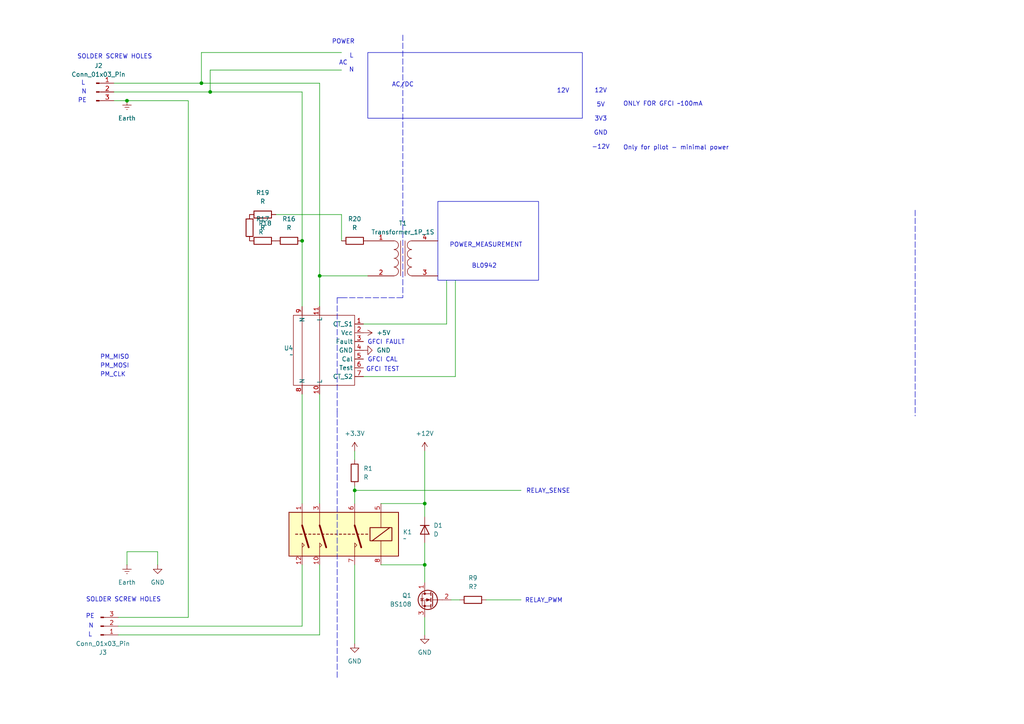
<source format=kicad_sch>
(kicad_sch (version 20231120) (generator "eeschema") (generator_version "8.0")
  (paper "A4")
  (lib_symbols
    (symbol "Connector:Conn_01x03_Pin" (pin_names (offset 1.016) hide)
      (property "Reference" "J" (at 0 5.08 0))
      (property "Value" "Conn_01x03_Pin" (at 0 -5.08 0))
      (symbol "Conn_01x03_Pin_1_1"
        (polyline (pts (xy 1.27 -2.54) (xy 0.8636 -2.54)) (stroke (width 0.1524)))
        (polyline (pts (xy 1.27 0) (xy 0.8636 0)) (stroke (width 0.1524)))
        (polyline (pts (xy 1.27 2.54) (xy 0.8636 2.54)) (stroke (width 0.1524)))
        (rectangle (start 0.8636 -2.413) (end 0 -2.667) (stroke (width 0.1524)) (fill (type outline)))
        (rectangle (start 0.8636 0.127) (end 0 -0.127) (stroke (width 0.1524)) (fill (type outline)))
        (rectangle (start 0.8636 2.667) (end 0 2.413) (stroke (width 0.1524)) (fill (type outline)))
        (pin passive line (at 5.08 2.54 180) (length 3.81) (name "Pin_1") (number "1"))
        (pin passive line (at 5.08 0 180) (length 3.81) (name "Pin_2") (number "2"))
        (pin passive line (at 5.08 -2.54 180) (length 3.81) (name "Pin_3") (number "3"))
      )
    )
    (symbol "Device:D" (pin_numbers hide) (pin_names (offset 1.016) hide)
      (property "Reference" "D" (at 0 2.54 0))
      (property "Value" "D" (at 0 -2.54 0))
      (symbol "D_0_1"
        (polyline (pts (xy -1.27 1.27) (xy -1.27 -1.27)) (stroke (width 0.254)))
        (polyline (pts (xy 1.27 0) (xy -1.27 0)))
        (polyline (pts (xy 1.27 1.27) (xy 1.27 -1.27) (xy -1.27 0) (xy 1.27 1.27)) (stroke (width 0.254)))
      )
      (symbol "D_1_1"
        (pin passive line (at -3.81 0 0) (length 2.54) (name "K") (number "1"))
        (pin passive line (at 3.81 0 180) (length 2.54) (name "A") (number "2"))
      )
    )
    (symbol "Device:R" (pin_numbers hide) (pin_names (offset 0))
      (property "Reference" "R" (at 2.032 0 90))
      (property "Value" "R" (at 0 0 90))
      (symbol "R_0_1"
        (rectangle (start -1.016 -2.54) (end 1.016 2.54) (stroke (width 0.254)))
      )
      (symbol "R_1_1"
        (pin passive line (at 0 3.81 270) (length 1.27) (name "~") (number "1"))
        (pin passive line (at 0 -3.81 90) (length 1.27) (name "~") (number "2"))
      )
    )
    (symbol "Device:Transformer_1P_1S" (pin_names (offset 1.016) hide)
      (property "Reference" "T" (at 0 6.35 0))
      (property "Value" "Transformer_1P_1S" (at 0 -7.62 0))
      (symbol "Transformer_1P_1S_0_1"
        (arc (start -2.54 -5.0546) (mid -1.6599 -4.6901) (end -1.27 -3.81))
        (arc (start -2.54 -2.5146) (mid -1.6599 -2.1501) (end -1.27 -1.27))
        (arc (start -2.54 0.0254) (mid -1.6599 0.3899) (end -1.27 1.27))
        (arc (start -2.54 2.5654) (mid -1.6599 2.9299) (end -1.27 3.81))
        (arc (start -1.27 -3.81) (mid -1.642 -2.912) (end -2.54 -2.54))
        (arc (start -1.27 -1.27) (mid -1.642 -0.372) (end -2.54 0))
        (arc (start -1.27 1.27) (mid -1.642 2.168) (end -2.54 2.54))
        (arc (start -1.27 3.81) (mid -1.642 4.708) (end -2.54 5.08))
        (polyline (pts (xy -0.635 5.08) (xy -0.635 -5.08)))
        (polyline (pts (xy 0.635 -5.08) (xy 0.635 5.08)))
        (arc (start 1.2954 -1.27) (mid 1.6599 -2.1501) (end 2.54 -2.5146))
        (arc (start 1.2954 1.27) (mid 1.6599 0.3899) (end 2.54 0.0254))
        (arc (start 1.2954 3.81) (mid 1.6599 2.9299) (end 2.54 2.5654))
        (arc (start 1.3208 -3.81) (mid 1.6853 -4.6901) (end 2.5654 -5.0546))
        (arc (start 2.54 0) (mid 1.642 -0.372) (end 1.2954 -1.27))
        (arc (start 2.54 2.54) (mid 1.642 2.168) (end 1.2954 1.27))
        (arc (start 2.54 5.08) (mid 1.642 4.708) (end 1.2954 3.81))
        (arc (start 2.5654 -2.54) (mid 1.6674 -2.912) (end 1.3208 -3.81))
      )
      (symbol "Transformer_1P_1S_1_1"
        (pin passive line (at -10.16 5.08 0) (length 7.62) (name "AA") (number "1"))
        (pin passive line (at -10.16 -5.08 0) (length 7.62) (name "AB") (number "2"))
        (pin passive line (at 10.16 -5.08 180) (length 7.62) (name "SA") (number "3"))
        (pin passive line (at 10.16 5.08 180) (length 7.62) (name "SB") (number "4"))
      )
    )
    (symbol "Transistor_FET:BS108" (pin_names hide)
      (property "Reference" "Q" (at 5.08 1.905 0))
      (property "Value" "BS108" (at 5.08 0 0))
      (symbol "BS108_0_1"
        (polyline (pts (xy 0.254 0) (xy -2.54 0)))
        (polyline (pts (xy 0.254 1.905) (xy 0.254 -1.905)) (stroke (width 0.254)))
        (polyline (pts (xy 0.762 -1.27) (xy 0.762 -2.286)) (stroke (width 0.254)))
        (polyline (pts (xy 0.762 0.508) (xy 0.762 -0.508)) (stroke (width 0.254)))
        (polyline (pts (xy 0.762 2.286) (xy 0.762 1.27)) (stroke (width 0.254)))
        (polyline (pts (xy 2.54 2.54) (xy 2.54 1.778)))
        (polyline (pts (xy 2.54 -2.54) (xy 2.54 0) (xy 0.762 0)))
        (polyline (pts (xy 0.762 -1.778) (xy 3.302 -1.778) (xy 3.302 1.778) (xy 0.762 1.778)))
        (polyline (pts (xy 1.016 0) (xy 2.032 0.381) (xy 2.032 -0.381) (xy 1.016 0)) (fill (type outline)))
        (polyline (pts (xy 2.794 0.508) (xy 2.921 0.381) (xy 3.683 0.381) (xy 3.81 0.254)))
        (polyline (pts (xy 3.302 0.381) (xy 2.921 -0.254) (xy 3.683 -0.254) (xy 3.302 0.381)))
        (circle (center 1.651 0) (radius 2.794) (stroke (width 0.254)))
        (circle (center 2.54 -1.778) (radius 0.254) (fill (type outline)))
        (circle (center 2.54 1.778) (radius 0.254) (fill (type outline)))
      )
      (symbol "BS108_1_1"
        (pin passive line (at 2.54 5.08 270) (length 2.54) (name "D") (number "1"))
        (pin input line (at -5.08 0 0) (length 2.54) (name "G") (number "2"))
        (pin passive line (at 2.54 -5.08 90) (length 2.54) (name "S") (number "3"))
      )
    )
    (symbol "hw_lower_v1:BRCS02C"
      (property "Reference" "U" (at 0 0 0))
      (symbol "BRCS02C_0_0"
        (pin unspecified line (at 17.78 1.27 90) (length 2.54) (name "CT_S1") (number "1"))
        (pin unspecified line (at -2.54 13.97 0) (length 2.54) (name "L") (number "10"))
        (pin unspecified line (at 22.86 13.97 180) (length 2.54) (name "L") (number "11"))
        (pin unspecified line (at 15.24 1.27 90) (length 2.54) (name "Vcc") (number "2"))
        (pin unspecified line (at 12.7 1.27 90) (length 2.54) (name "Fault") (number "3"))
        (pin unspecified line (at 10.16 1.27 90) (length 2.54) (name "GND") (number "4"))
        (pin unspecified line (at 7.62 1.27 90) (length 2.54) (name "Cal") (number "5"))
        (pin unspecified line (at 5.08 1.27 90) (length 2.54) (name "Test") (number "6"))
        (pin unspecified line (at 2.54 1.27 90) (length 2.54) (name "CT_S2") (number "7"))
        (pin unspecified line (at 22.86 19.05 180) (length 2.54) (name "N") (number "9"))
      )
      (symbol "BRCS02C_0_1"
        (polyline (pts (xy 0 13.97) (xy 20.32 13.97)))
        (polyline (pts (xy 0 19.05) (xy 20.32 19.05)))
        (rectangle (start 0 21.59) (end 20.32 3.81))
      )
      (symbol "BRCS02C_1_0"
        (pin unspecified line (at -2.54 19.05 0) (length 2.54) (name "N") (number "8"))
      )
    )
    (symbol "hw_lower_v1:Panasonic_HE-R_2"
      (property "Reference" "K" (at 31.75 -2.54 0))
      (symbol "Panasonic_HE-R_2_0_0"
        (polyline (pts (xy 12.7 12.7) (xy 12.7 8.89) (xy 12.065 9.525) (xy 12.7 10.16)))
        (polyline (pts (xy 22.86 12.7) (xy 22.86 8.89) (xy 22.225 9.525) (xy 22.86 10.16)))
        (polyline (pts (xy 27.94 12.7) (xy 27.94 8.89) (xy 27.305 9.525) (xy 27.94 10.16)))
      )
      (symbol "Panasonic_HE-R_2_0_1"
        (polyline (pts (xy 2.54 4.445) (xy 7.62 8.255)) (stroke (width 0.254)))
        (polyline (pts (xy 5.08 0) (xy 5.08 4.445)))
        (polyline (pts (xy 5.08 12.7) (xy 5.08 8.255)))
        (polyline (pts (xy 8.89 6.35) (xy 9.525 6.35)) (stroke (width 0.254)))
        (polyline (pts (xy 10.16 6.35) (xy 10.795 6.35)) (stroke (width 0.254)))
        (polyline (pts (xy 11.43 6.35) (xy 12.065 6.35)) (stroke (width 0.254)))
        (polyline (pts (xy 12.7 3.81) (xy 10.795 10.16)) (stroke (width 0.508)))
        (polyline (pts (xy 12.7 3.81) (xy 12.7 0)))
        (polyline (pts (xy 12.7 6.35) (xy 13.335 6.35)) (stroke (width 0.254)))
        (polyline (pts (xy 13.97 6.35) (xy 14.605 6.35)) (stroke (width 0.254)))
        (polyline (pts (xy 15.24 6.35) (xy 15.875 6.35)) (stroke (width 0.254)))
        (polyline (pts (xy 16.51 6.35) (xy 17.145 6.35)) (stroke (width 0.254)))
        (polyline (pts (xy 17.78 6.35) (xy 18.415 6.35)) (stroke (width 0.254)))
        (polyline (pts (xy 19.05 6.35) (xy 19.685 6.35)) (stroke (width 0.254)))
        (polyline (pts (xy 20.32 6.35) (xy 20.955 6.35)) (stroke (width 0.254)))
        (polyline (pts (xy 21.59 6.35) (xy 22.225 6.35)) (stroke (width 0.254)))
        (polyline (pts (xy 22.86 3.81) (xy 20.955 10.16)) (stroke (width 0.508)))
        (polyline (pts (xy 22.86 3.81) (xy 22.86 0)))
        (polyline (pts (xy 22.86 6.35) (xy 23.495 6.35)) (stroke (width 0.254)))
        (polyline (pts (xy 24.13 6.35) (xy 24.765 6.35)) (stroke (width 0.254)))
        (polyline (pts (xy 25.4 6.35) (xy 26.035 6.35)) (stroke (width 0.254)))
        (polyline (pts (xy 26.67 6.35) (xy 27.305 6.35)) (stroke (width 0.254)))
        (polyline (pts (xy 27.94 3.81) (xy 26.035 10.16)) (stroke (width 0.508)))
        (polyline (pts (xy 27.94 3.81) (xy 27.94 0)))
        (polyline (pts (xy 27.94 6.35) (xy 28.575 6.35)) (stroke (width 0.254)))
        (polyline (pts (xy 29.21 6.35) (xy 29.845 6.35)) (stroke (width 0.254)))
        (rectangle (start 0 12.7) (end 31.75 0) (stroke (width 0.254)) (fill (type background)))
        (rectangle (start 1.905 8.255) (end 8.255 4.445) (stroke (width 0.254)))
      )
      (symbol "Panasonic_HE-R_2_1_1"
        (pin passive line (at 27.94 -2.54 90) (length 2.54) (name "~") (number "1"))
        (pin passive line (at 22.86 15.24 270) (length 2.54) (name "~") (number "10"))
        (pin passive line (at 27.94 15.24 270) (length 2.54) (name "~") (number "12"))
        (pin passive line (at 22.86 -2.54 90) (length 2.54) (name "~") (number "3"))
        (pin passive line (at 5.08 -2.54 90) (length 2.54) (name "~") (number "5"))
        (pin passive line (at 12.7 -2.54 90) (length 2.54) (name "~") (number "6"))
        (pin passive line (at 12.7 15.24 270) (length 2.54) (name "~") (number "7"))
        (pin passive line (at 5.08 15.24 270) (length 2.54) (name "~") (number "8"))
      )
    )
    (symbol "power:+12V" (power) (pin_numbers hide) (pin_names (offset 0) hide)
      (property "Value" "+12V" (at 0 3.556 0))
      (symbol "+12V_0_1"
        (polyline (pts (xy -0.762 1.27) (xy 0 2.54)))
        (polyline (pts (xy 0 0) (xy 0 2.54)))
        (polyline (pts (xy 0 2.54) (xy 0.762 1.27)))
      )
      (symbol "+12V_1_1"
        (pin power_in line (at 0 0 90) (length 0) (name "~") (number "1"))
      )
    )
    (symbol "power:+3.3V" (power) (pin_numbers hide) (pin_names (offset 0) hide)
      (property "Value" "+3.3V" (at 0 3.556 0))
      (symbol "+3.3V_0_1"
        (polyline (pts (xy -0.762 1.27) (xy 0 2.54)))
        (polyline (pts (xy 0 0) (xy 0 2.54)))
        (polyline (pts (xy 0 2.54) (xy 0.762 1.27)))
      )
      (symbol "+3.3V_1_1"
        (pin power_in line (at 0 0 90) (length 0) (name "~") (number "1"))
      )
    )
    (symbol "power:Earth" (power) (pin_numbers hide) (pin_names (offset 0) hide)
      (property "Value" "Earth" (at 0 -3.81 0))
      (symbol "Earth_0_1"
        (polyline (pts (xy -0.635 -1.905) (xy 0.635 -1.905)))
        (polyline (pts (xy -0.127 -2.54) (xy 0.127 -2.54)))
        (polyline (pts (xy 0 -1.27) (xy 0 0)))
        (polyline (pts (xy 1.27 -1.27) (xy -1.27 -1.27)))
      )
      (symbol "Earth_1_1"
        (pin power_in line (at 0 0 270) (length 0) (name "~") (number "1"))
      )
    )
    (symbol "power:GND" (power) (pin_numbers hide) (pin_names (offset 0) hide)
      (property "Value" "GND" (at 0 -3.81 0))
      (symbol "GND_0_1"
        (polyline (pts (xy 0 0) (xy 0 -1.27) (xy 1.27 -1.27) (xy 0 -2.54) (xy -1.27 -1.27) (xy 0 -1.27)))
      )
      (symbol "GND_1_1"
        (pin power_in line (at 0 0 270) (length 0) (name "~") (number "1"))
      )
    )
  )
  (junction (at 87.63 69.85))
  (junction (at 102.87 142.24))
  (junction (at 92.71 80.01))
  (junction (at 123.19 146.05))
  (junction (at 58.42 24.13))
  (junction (at 36.83 29.21))
  (junction (at 123.19 163.83))
  (junction (at 60.96 26.67))
  (wire (pts (xy 123.19 157.48) (xy 123.19 163.83)))
  (polyline (pts (xy 116.84 10.16) (xy 116.84 86.36)) (stroke (width 0) (type dash)))
  (wire (pts (xy 140.97 173.99) (xy 151.13 173.99)))
  (wire (pts (xy 54.61 29.21) (xy 54.61 179.07)))
  (wire (pts (xy 54.61 179.07) (xy 34.29 179.07)))
  (wire (pts (xy 60.96 20.32) (xy 99.06 20.32)))
  (polyline (pts (xy 97.79 86.36) (xy 99.06 86.36)) (stroke (width 0) (type dash)))
  (wire (pts (xy 102.87 142.24) (xy 151.13 142.24)))
  (wire (pts (xy 87.63 163.83) (xy 87.63 181.61)))
  (wire (pts (xy 132.08 81.28) (xy 132.08 109.22)))
  (wire (pts (xy 123.19 163.83) (xy 123.19 168.91)))
  (wire (pts (xy 92.71 80.01) (xy 92.71 88.9)))
  (wire (pts (xy 87.63 69.85) (xy 87.63 88.9)))
  (polyline (pts (xy 97.79 86.36) (xy 97.79 86.36)) (stroke (width 0) (type dash)))
  (wire (pts (xy 102.87 140.97) (xy 102.87 142.24)))
  (polyline (pts (xy 99.06 86.36) (xy 116.84 86.36)) (stroke (width 0) (type dash)))
  (wire (pts (xy 105.41 109.22) (xy 132.08 109.22)))
  (wire (pts (xy 123.19 146.05) (xy 123.19 149.86)))
  (wire (pts (xy 110.49 146.05) (xy 123.19 146.05)))
  (wire (pts (xy 123.19 130.81) (xy 123.19 146.05)))
  (wire (pts (xy 33.02 26.67) (xy 60.96 26.67)))
  (wire (pts (xy 45.72 160.02) (xy 45.72 163.83)))
  (wire (pts (xy 58.42 24.13) (xy 58.42 15.24)))
  (wire (pts (xy 33.02 24.13) (xy 58.42 24.13)))
  (wire (pts (xy 60.96 20.32) (xy 60.96 26.67)))
  (wire (pts (xy 92.71 163.83) (xy 92.71 184.15)))
  (wire (pts (xy 58.42 15.24) (xy 99.06 15.24)))
  (wire (pts (xy 80.01 62.23) (xy 99.06 62.23)))
  (polyline (pts (xy 97.79 86.36) (xy 97.79 119.38)) (stroke (width 0) (type dash)))
  (wire (pts (xy 102.87 163.83) (xy 102.87 186.69)))
  (wire (pts (xy 87.63 114.3) (xy 87.63 146.05)))
  (wire (pts (xy 92.71 114.3) (xy 92.71 146.05)))
  (wire (pts (xy 110.49 163.83) (xy 123.19 163.83)))
  (wire (pts (xy 33.02 29.21) (xy 36.83 29.21)))
  (wire (pts (xy 129.54 81.28) (xy 129.54 93.98)))
  (wire (pts (xy 102.87 142.24) (xy 102.87 146.05)))
  (wire (pts (xy 60.96 26.67) (xy 87.63 26.67)))
  (wire (pts (xy 99.06 62.23) (xy 99.06 69.85)))
  (polyline (pts (xy 97.79 119.38) (xy 97.79 196.85)) (stroke (width 0) (type dash)))
  (wire (pts (xy 130.81 173.99) (xy 133.35 173.99)))
  (wire (pts (xy 36.83 29.21) (xy 54.61 29.21)))
  (polyline (pts (xy 265.43 60.96) (xy 265.43 120.65)) (stroke (width 0) (type dash)))
  (wire (pts (xy 105.41 93.98) (xy 129.54 93.98)))
  (wire (pts (xy 92.71 80.01) (xy 106.68 80.01)))
  (wire (pts (xy 87.63 181.61) (xy 34.29 181.61)))
  (wire (pts (xy 36.83 160.02) (xy 45.72 160.02)))
  (wire (pts (xy 87.63 26.67) (xy 87.63 69.85)))
  (wire (pts (xy 92.71 24.13) (xy 92.71 80.01)))
  (wire (pts (xy 36.83 163.83) (xy 36.83 160.02)))
  (wire (pts (xy 102.87 130.81) (xy 102.87 133.35)))
  (wire (pts (xy 92.71 184.15) (xy 34.29 184.15)))
  (wire (pts (xy 123.19 184.15) (xy 123.19 179.07)))
  (wire (pts (xy 58.42 24.13) (xy 92.71 24.13)))
  (rectangle (start 106.68 15.24) (end 168.91 34.29))
  (rectangle (start 127 58.42) (end 156.21 81.28))
  (text "GFCI FAULT" (at 112.014 99.314 0) (effects (font (size 1.27 1.27))))
  (text "PE" (at 23.876 29.21 0) (effects (font (size 1.27 1.27))))
  (text "PM_MOSI" (at 33.274 106.172 0) (effects (font (size 1.27 1.27))))
  (text "ONLY FOR GFCI ~100mA" (at 192.278 30.226 0) (effects (font (size 1.27 1.27))))
  (text "GFCI TEST" (at 110.998 107.188 0) (effects (font (size 1.27 1.27))))
  (text "PE" (at 26.162 178.816 0) (effects (font (size 1.27 1.27))))
  (text "N" (at 26.416 181.61 0) (effects (font (size 1.27 1.27))))
  (text "RELAY_SENSE" (at 159.004 142.494 0) (effects (font (size 1.27 1.27))))
  (text "PM_MISO" (at 33.274 103.632 0) (effects (font (size 1.27 1.27))))
  (text "BL0942" (at 140.462 77.216 0) (effects (font (size 1.27 1.27))))
  (text "GFCI CAL" (at 110.998 104.394 0) (effects (font (size 1.27 1.27))))
  (text "12V\n\n5V\n\n3V3\n\nGND\n\n-12V" (at 174.244 34.544 0) (effects (font (size 1.27 1.27))))
  (text "SOLDER SCREW HOLES" (at 35.814 173.99 0) (effects (font (size 1.27 1.27))))
  (text "L" (at 24.13 24.13 0) (effects (font (size 1.27 1.27))))
  (text "POWER\n\n	L\nAC\n	N" (at 99.568 16.256 0) (effects (font (size 1.27 1.27))))
  (text "PM_CLK" (at 32.766 108.712 0) (effects (font (size 1.27 1.27))))
  (text "N" (at 24.384 26.67 0) (effects (font (size 1.27 1.27))))
  (text "RELAY_PWM" (at 157.734 174.244 0) (effects (font (size 1.27 1.27))))
  (text "AC/DC\n" (at 116.84 24.638 0) (effects (font (size 1.27 1.27))))
  (text "SOLDER SCREW HOLES" (at 33.274 16.51 0) (effects (font (size 1.27 1.27))))
  (text "L" (at 26.162 184.15 0) (effects (font (size 1.27 1.27))))
  (text "POWER_MEASUREMENT" (at 140.97 71.12 0) (effects (font (size 1.27 1.27))))
  (text "Only for pilot - minimal power" (at 196.088 42.926 0) (effects (font (size 1.27 1.27))))
  (text "12V" (at 163.322 26.416 0) (effects (font (size 1.27 1.27))))
  (symbol (lib_id "Device:R") (at 137.16 173.99 270) (unit 1)
    (property "Reference" "R9" (at 137.16 167.64 90))
    (property "Value" "R?" (at 137.16 170.18 90))
    (property "Description" "Resistor" (effects (hide yes)))
  )
  (symbol (lib_id "Device:R") (at 102.87 69.85 90) (unit 1)
    (property "Reference" "R20" (at 102.87 63.5 90))
    (property "Value" "R" (at 102.87 66.04 90))
    (property "Description" "Resistor" (effects (hide yes)))
  )
  (symbol (lib_id "Device:R") (at 83.82 69.85 90) (unit 1)
    (property "Reference" "R16" (at 83.82 63.5 90))
    (property "Value" "R" (at 83.82 66.04 90))
    (property "Description" "Resistor" (effects (hide yes)))
  )
  (symbol (lib_id "Device:R") (at 72.39 66.04 180) (unit 1)
    (property "Reference" "R18" (at 74.93 64.7699 0) (effects (justify right)))
    (property "Value" "R" (at 74.93 67.3099 0) (effects (justify right)))
    (property "Description" "Resistor" (effects (hide yes)))
  )
  (symbol (lib_id "Connector:Conn_01x03_Pin") (at 27.94 26.67 0) (unit 1)
    (property "Reference" "J2" (at 28.575 19.05 0))
    (property "Value" "Conn_01x03_Pin" (at 28.575 21.59 0))
    (property "Description" "Generic connector, single row, 01x03, script generated" (effects (hide yes)))
  )
  (symbol (lib_id "power:+12V") (at 105.41 96.52 270) (unit 1)
    (property "Reference" "#PWR023" (effects (hide yes)))
    (property "Value" "+5V" (at 109.22 96.5199 90) (effects (justify left)))
    (property "Description" "Power symbol creates a global label with name \"+12V\"" (effects (hide yes)))
  )
  (symbol (lib_id "power:GND") (at 45.72 163.83 0) (unit 1)
    (property "Reference" "#PWR03" (effects (hide yes)))
    (property "Value" "GND" (at 45.72 168.91 0))
    (property "Description" "Power symbol creates a global label with name \"GND\" , ground" (effects (hide yes)))
  )
  (symbol (lib_id "power:Earth") (at 36.83 163.83 0) (unit 1)
    (property "Reference" "#PWR02" (effects (hide yes)))
    (property "Value" "Earth" (at 36.83 168.91 0))
    (property "Description" "Power symbol creates a global label with name \"Earth\"" (effects (hide yes)))
  )
  (symbol (lib_id "power:+12V") (at 123.19 130.81 0) (unit 1)
    (property "Reference" "#PWR025" (effects (hide yes)))
    (property "Value" "+12V" (at 123.19 125.73 0))
    (property "Description" "Power symbol creates a global label with name \"+12V\"" (effects (hide yes)))
  )
  (symbol (lib_id "Connector:Conn_01x03_Pin") (at 29.21 181.61 0) (mirror x) (unit 1)
    (property "Reference" "J3" (at 29.845 189.23 0))
    (property "Value" "Conn_01x03_Pin" (at 29.845 186.69 0))
    (property "Description" "Generic connector, single row, 01x03, script generated" (effects (hide yes)))
  )
  (symbol (lib_id "power:+3.3V") (at 102.87 130.81 0) (unit 1)
    (property "Reference" "#PWR04" (effects (hide yes)))
    (property "Value" "+3.3V" (at 102.87 125.73 0))
    (property "Description" "Power symbol creates a global label with name \"+3.3V\"" (effects (hide yes)))
  )
  (symbol (lib_id "hw_lower_v1:BRCS02C") (at 106.68 111.76 90) (unit 1)
    (property "Reference" "U4" (at 85.09 100.9649 90) (effects (justify left)))
    (property "Value" "~" (at 85.09 102.87 90) (effects (justify left)))
  )
  (symbol (lib_id "Device:Transformer_1P_1S") (at 116.84 74.93 0) (unit 1)
    (property "Reference" "T1" (at 116.8527 64.77 0))
    (property "Value" "Transformer_1P_1S" (at 116.8527 67.31 0))
    (property "Description" "Transformer, single primary, single secondary" (effects (hide yes)))
  )
  (symbol (lib_id "hw_lower_v1:Panasonic_HE-R_2") (at 115.57 148.59 180) (unit 1)
    (property "Reference" "K1" (at 116.84 154.3049 0) (effects (justify right)))
    (property "Value" "~" (at 116.84 156.21 0) (effects (justify right)))
  )
  (symbol (lib_id "Device:R") (at 102.87 137.16 0) (unit 1)
    (property "Reference" "R1" (at 105.41 135.8899 0) (effects (justify left)))
    (property "Value" "R" (at 105.41 138.4299 0) (effects (justify left)))
    (property "Description" "Resistor" (effects (hide yes)))
  )
  (symbol (lib_id "Device:R") (at 76.2 69.85 90) (unit 1)
    (property "Reference" "R17" (at 76.2 63.5 90))
    (property "Value" "R" (at 76.2 66.04 90))
    (property "Description" "Resistor" (effects (hide yes)))
  )
  (symbol (lib_id "power:Earth") (at 36.83 29.21 0) (unit 1)
    (property "Reference" "#PWR01" (effects (hide yes)))
    (property "Value" "Earth" (at 36.83 34.29 0))
    (property "Description" "Power symbol creates a global label with name \"Earth\"" (effects (hide yes)))
  )
  (symbol (lib_id "Device:D") (at 123.19 153.67 270) (unit 1)
    (property "Reference" "D1" (at 125.73 152.3999 90) (effects (justify left)))
    (property "Value" "D" (at 125.73 154.9399 90) (effects (justify left)))
    (property "Description" "Diode" (effects (hide yes)))
    (property "Sim.Device" "D" (effects (hide yes)))
    (property "Sim.Pins" "1=K 2=A" (effects (hide yes)))
  )
  (symbol (lib_id "power:GND") (at 123.19 184.15 0) (unit 1)
    (property "Reference" "#PWR026" (effects (hide yes)))
    (property "Value" "GND" (at 123.19 189.23 0))
    (property "Description" "Power symbol creates a global label with name \"GND\" , ground" (effects (hide yes)))
  )
  (symbol (lib_id "Transistor_FET:BS108") (at 125.73 173.99 0) (mirror y) (unit 1)
    (property "Reference" "Q1" (at 119.38 172.7199 0) (effects (justify left)))
    (property "Value" "BS108" (at 119.38 175.2599 0) (effects (justify left)))
    (property "Footprint" "Package_TO_SOT_THT:TO-92_Inline" (effects (hide yes)))
    (property "Datasheet" "http://www.redrok.com/MOSFET_BS108_200V_250mA_8O_Vth1.5_TO-92.PDF" (effects (hide yes)))
    (property "Description" "0.25A Id, 200V Vds, N-Channel MOSFET, TO-92" (effects (hide yes)))
  )
  (symbol (lib_id "power:GND") (at 102.87 186.69 0) (unit 1)
    (property "Reference" "#PWR022" (effects (hide yes)))
    (property "Value" "GND" (at 102.87 191.77 0))
    (property "Description" "Power symbol creates a global label with name \"GND\" , ground" (effects (hide yes)))
  )
  (symbol (lib_id "power:GND") (at 105.41 101.6 90) (unit 1)
    (property "Reference" "#PWR024" (effects (hide yes)))
    (property "Value" "GND" (at 109.22 101.5999 90) (effects (justify right)))
    (property "Description" "Power symbol creates a global label with name \"GND\" , ground" (effects (hide yes)))
  )
  (symbol (lib_id "Device:R") (at 76.2 62.23 90) (unit 1)
    (property "Reference" "R19" (at 76.2 55.88 90))
    (property "Value" "R" (at 76.2 58.42 90))
    (property "Description" "Resistor" (effects (hide yes)))
  )
)
</source>
